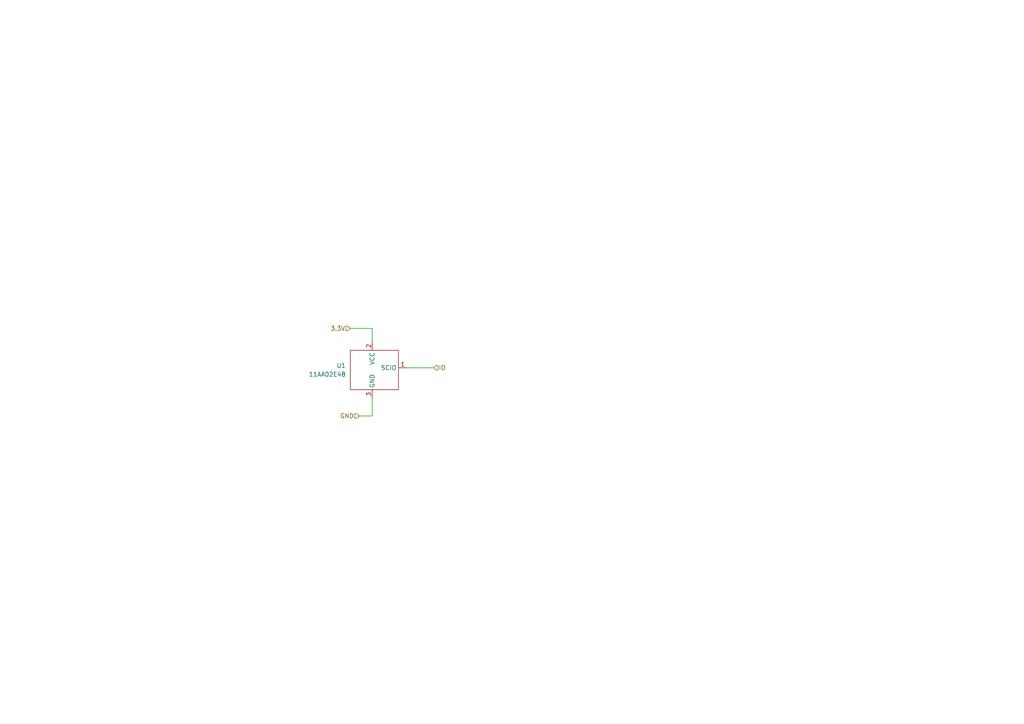
<source format=kicad_sch>
(kicad_sch (version 20211123) (generator eeschema)

  (uuid d0044b46-ca70-420e-87a1-097a7546012e)

  (paper "A4")

  (lib_symbols
    (symbol "parts:11AA02E48" (in_bom yes) (on_board yes)
      (property "Reference" "U" (id 0) (at -12.7 3.81 0)
        (effects (font (size 1.27 1.27)))
      )
      (property "Value" "11AA02E48" (id 1) (at -7.62 6.35 0)
        (effects (font (size 1.27 1.27)))
      )
      (property "Footprint" "" (id 2) (at 0 0 0)
        (effects (font (size 1.27 1.27)) hide)
      )
      (property "Datasheet" "" (id 3) (at 0 0 0)
        (effects (font (size 1.27 1.27)) hide)
      )
      (symbol "11AA02E48_0_1"
        (rectangle (start -6.35 5.08) (end 7.62 -6.35)
          (stroke (width 0) (type default) (color 0 0 0 0))
          (fill (type none))
        )
      )
      (symbol "11AA02E48_1_1"
        (pin bidirectional line (at 10.16 0 180) (length 2.54)
          (name "SCIO" (effects (font (size 1.27 1.27))))
          (number "1" (effects (font (size 1.27 1.27))))
        )
        (pin power_in line (at 0 7.62 270) (length 2.54)
          (name "VCC" (effects (font (size 1.27 1.27))))
          (number "2" (effects (font (size 1.27 1.27))))
        )
        (pin power_in line (at 0 -8.89 90) (length 2.54)
          (name "GND" (effects (font (size 1.27 1.27))))
          (number "3" (effects (font (size 1.27 1.27))))
        )
      )
    )
  )


  (wire (pts (xy 107.95 120.65) (xy 107.95 115.57))
    (stroke (width 0) (type default) (color 0 0 0 0))
    (uuid 38473bc8-c751-45ee-98c7-dcb94516b540)
  )
  (wire (pts (xy 118.11 106.68) (xy 125.73 106.68))
    (stroke (width 0) (type default) (color 0 0 0 0))
    (uuid 9f6d13d9-d573-4941-86a0-98bda4669554)
  )
  (wire (pts (xy 104.14 120.65) (xy 107.95 120.65))
    (stroke (width 0) (type default) (color 0 0 0 0))
    (uuid a19db8cc-7851-4914-bc1a-d4407506cc83)
  )
  (wire (pts (xy 107.95 95.25) (xy 107.95 99.06))
    (stroke (width 0) (type default) (color 0 0 0 0))
    (uuid b02840a8-03f3-457a-85a7-404d9c81d8c5)
  )
  (wire (pts (xy 101.6 95.25) (xy 107.95 95.25))
    (stroke (width 0) (type default) (color 0 0 0 0))
    (uuid e66c3e74-e7bb-491a-a67f-c33832abf05c)
  )

  (hierarchical_label "GND" (shape input) (at 104.14 120.65 180)
    (effects (font (size 1.27 1.27)) (justify right))
    (uuid 1e3e8a34-899a-4708-a252-4694bb5b80f4)
  )
  (hierarchical_label "IO" (shape input) (at 125.73 106.68 0)
    (effects (font (size 1.27 1.27)) (justify left))
    (uuid c645658a-a153-4b57-83d8-c11b6911de9b)
  )
  (hierarchical_label "3.3V" (shape input) (at 101.6 95.25 180)
    (effects (font (size 1.27 1.27)) (justify right))
    (uuid eeb7ac06-93a9-48d6-94cc-dd51ac32af33)
  )

  (symbol (lib_id "parts:11AA02E48") (at 107.95 106.68 0) (unit 1)
    (in_bom yes) (on_board yes) (fields_autoplaced)
    (uuid cb2ba9a4-f213-49d9-ba66-a6034b621a6f)
    (property "Reference" "U1" (id 0) (at 100.33 106.0449 0)
      (effects (font (size 1.27 1.27)) (justify right))
    )
    (property "Value" "11AA02E48" (id 1) (at 100.33 108.5849 0)
      (effects (font (size 1.27 1.27)) (justify right))
    )
    (property "Footprint" "Package_TO_SOT_SMD:SOT-23" (id 2) (at 107.95 106.68 0)
      (effects (font (size 1.27 1.27)) hide)
    )
    (property "Datasheet" "" (id 3) (at 107.95 106.68 0)
      (effects (font (size 1.27 1.27)) hide)
    )
    (pin "1" (uuid a2330356-494b-4035-917c-0269124be342))
    (pin "2" (uuid 578e9df3-5391-4a4d-84e1-696b5cb2c88c))
    (pin "3" (uuid 3d6f08fa-74b0-4a7a-b850-7ca572830822))
  )
)

</source>
